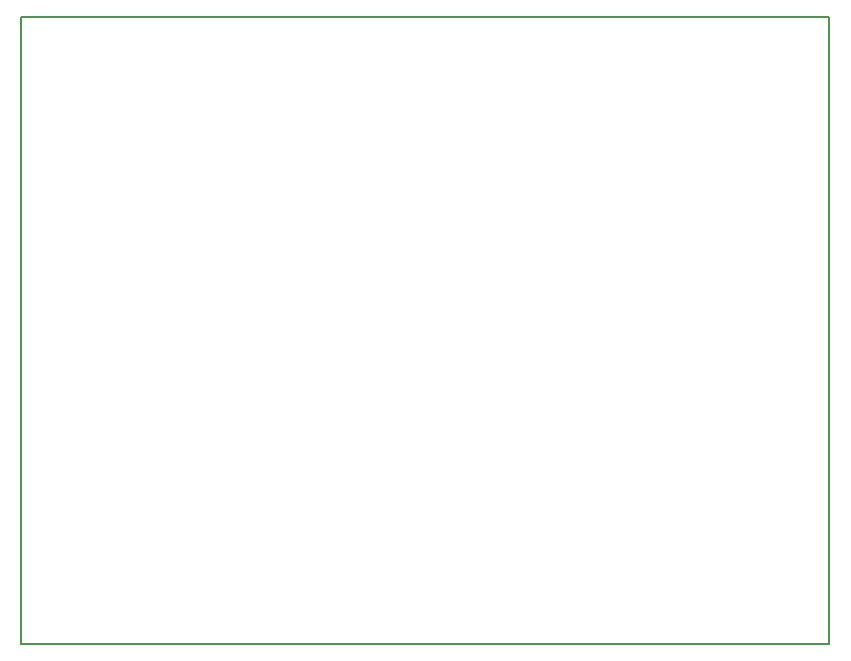
<source format=gm1>
G04 MADE WITH FRITZING*
G04 WWW.FRITZING.ORG*
G04 DOUBLE SIDED*
G04 HOLES PLATED*
G04 CONTOUR ON CENTER OF CONTOUR VECTOR*
%ASAXBY*%
%FSLAX23Y23*%
%MOIN*%
%OFA0B0*%
%SFA1.0B1.0*%
%ADD10R,2.700790X2.098430*%
%ADD11C,0.008000*%
%ADD10C,0.008*%
%LNCONTOUR*%
G90*
G70*
G54D10*
G54D11*
X4Y2094D02*
X2697Y2094D01*
X2697Y4D01*
X4Y4D01*
X4Y2094D01*
D02*
G04 End of contour*
M02*
</source>
